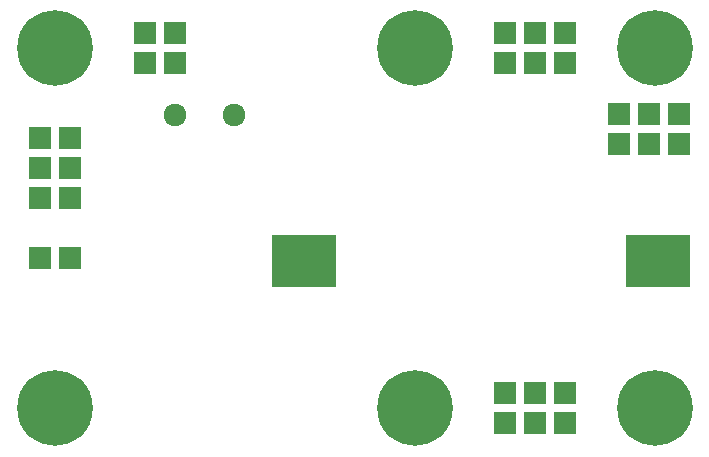
<source format=gbr>
G04 #@! TF.GenerationSoftware,KiCad,Pcbnew,(2018-02-10 revision a04965c36)-makepkg*
G04 #@! TF.CreationDate,2018-07-08T19:23:27+02:00*
G04 #@! TF.ProjectId,PCRD04A,504352443034412E6B696361645F7063,REV*
G04 #@! TF.SameCoordinates,Original*
G04 #@! TF.FileFunction,Soldermask,Top*
G04 #@! TF.FilePolarity,Negative*
%FSLAX46Y46*%
G04 Gerber Fmt 4.6, Leading zero omitted, Abs format (unit mm)*
G04 Created by KiCad (PCBNEW (2018-02-10 revision a04965c36)-makepkg) date 07/08/18 19:23:27*
%MOMM*%
%LPD*%
G01*
G04 APERTURE LIST*
%ADD10C,1.924000*%
%ADD11R,5.400000X4.400000*%
%ADD12R,1.924000X1.924000*%
%ADD13C,6.400000*%
G04 APERTURE END LIST*
D10*
X15280000Y29885000D03*
X20280000Y29885000D03*
D11*
X26148000Y17526000D03*
X56148000Y17526000D03*
D12*
X43180000Y3810000D03*
X43180000Y6350000D03*
X45720000Y3810000D03*
X45720000Y6350000D03*
X48260000Y3810000D03*
X48260000Y6350000D03*
X52832000Y29972000D03*
X52832000Y27432000D03*
X55372000Y27432000D03*
X55372000Y29972000D03*
X57912000Y29972000D03*
X57912000Y27432000D03*
X48260000Y36830000D03*
X48260000Y34290000D03*
X45720000Y34290000D03*
X45720000Y36830000D03*
X43180000Y34290000D03*
X43180000Y36830000D03*
D13*
X5080000Y35560000D03*
X55880000Y35560000D03*
X55880000Y5080000D03*
X5080000Y5080000D03*
D12*
X3810000Y27940000D03*
X6350000Y27940000D03*
X3810000Y25400000D03*
X6350000Y25400000D03*
X3810000Y22860000D03*
X6350000Y22860000D03*
X6350000Y17780000D03*
X3810000Y17780000D03*
D13*
X35560000Y35560000D03*
X35560000Y5080000D03*
D12*
X12700000Y36830000D03*
X15240000Y36830000D03*
X12700000Y34290000D03*
X15240000Y34290000D03*
M02*

</source>
